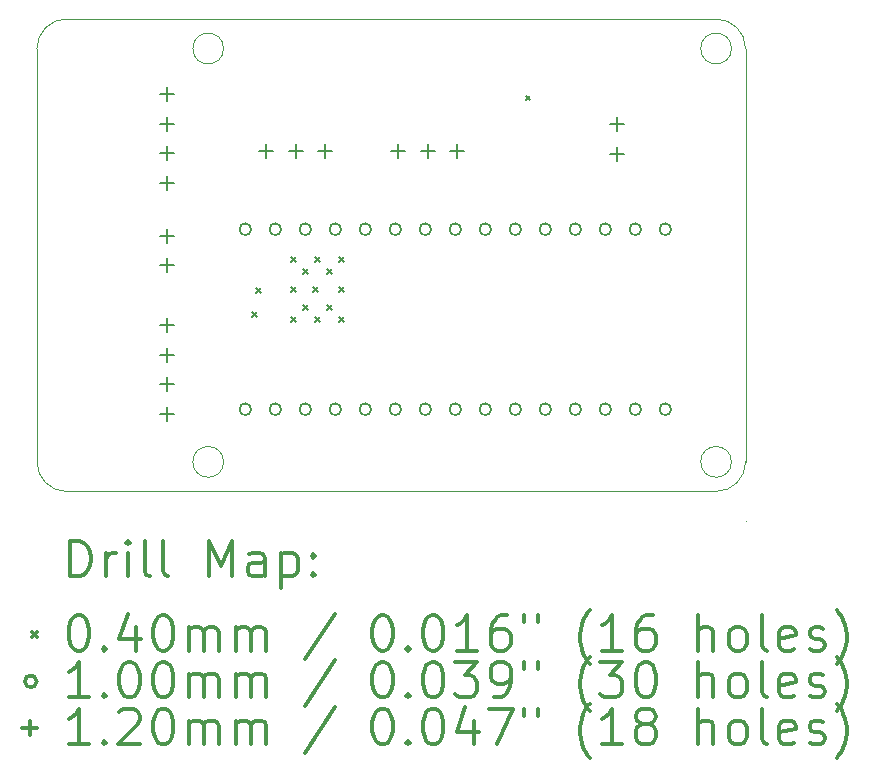
<source format=gbr>
%FSLAX45Y45*%
G04 Gerber Fmt 4.5, Leading zero omitted, Abs format (unit mm)*
G04 Created by KiCad (PCBNEW (5.1.8)-1) date 2021-05-07 13:21:57*
%MOMM*%
%LPD*%
G01*
G04 APERTURE LIST*
%TA.AperFunction,Profile*%
%ADD10C,0.050000*%
%TD*%
%ADD11C,0.200000*%
%ADD12C,0.300000*%
G04 APERTURE END LIST*
D10*
X5500000Y-6750000D02*
G75*
G02*
X5750000Y-6500000I250000J0D01*
G01*
X5750000Y-10500000D02*
G75*
G02*
X5500000Y-10250000I0J250000D01*
G01*
X11500000Y-10750000D02*
X11500000Y-10750000D01*
X11250000Y-6500000D02*
G75*
G02*
X11500000Y-6750000I0J-250000D01*
G01*
X11500000Y-10250000D02*
G75*
G02*
X11250000Y-10500000I-250000J0D01*
G01*
X7080000Y-6750000D02*
G75*
G03*
X7080000Y-6750000I-130000J0D01*
G01*
X7080000Y-10250000D02*
G75*
G03*
X7080000Y-10250000I-130000J0D01*
G01*
X11380000Y-6750000D02*
G75*
G03*
X11380000Y-6750000I-130000J0D01*
G01*
X11380000Y-10250000D02*
G75*
G03*
X11380000Y-10250000I-130000J0D01*
G01*
X5750000Y-10500000D02*
X11250000Y-10500000D01*
X11500000Y-6750000D02*
X11500000Y-10250000D01*
X5750000Y-6500000D02*
X11250000Y-6500000D01*
X5500000Y-6750000D02*
X5500000Y-10250000D01*
D11*
X7320600Y-8984300D02*
X7360600Y-9024300D01*
X7360600Y-8984300D02*
X7320600Y-9024300D01*
X7358700Y-8781100D02*
X7398700Y-8821100D01*
X7398700Y-8781100D02*
X7358700Y-8821100D01*
X7650800Y-8514400D02*
X7690800Y-8554400D01*
X7690800Y-8514400D02*
X7650800Y-8554400D01*
X7650800Y-8768400D02*
X7690800Y-8808400D01*
X7690800Y-8768400D02*
X7650800Y-8808400D01*
X7650800Y-9022400D02*
X7690800Y-9062400D01*
X7690800Y-9022400D02*
X7650800Y-9062400D01*
X7752400Y-8616000D02*
X7792400Y-8656000D01*
X7792400Y-8616000D02*
X7752400Y-8656000D01*
X7752400Y-8920800D02*
X7792400Y-8960800D01*
X7792400Y-8920800D02*
X7752400Y-8960800D01*
X7854000Y-8514400D02*
X7894000Y-8554400D01*
X7894000Y-8514400D02*
X7854000Y-8554400D01*
X7854000Y-9022400D02*
X7894000Y-9062400D01*
X7894000Y-9022400D02*
X7854000Y-9062400D01*
X7955600Y-8616000D02*
X7995600Y-8656000D01*
X7995600Y-8616000D02*
X7955600Y-8656000D01*
X7955600Y-8920800D02*
X7995600Y-8960800D01*
X7995600Y-8920800D02*
X7955600Y-8960800D01*
X8057200Y-8514400D02*
X8097200Y-8554400D01*
X8097200Y-8514400D02*
X8057200Y-8554400D01*
X8057200Y-8768400D02*
X8097200Y-8808400D01*
X8097200Y-8768400D02*
X8057200Y-8808400D01*
X8057200Y-9022400D02*
X8097200Y-9062400D01*
X8097200Y-9022400D02*
X8057200Y-9062400D01*
X9638350Y-7149150D02*
X9678350Y-7189150D01*
X9678350Y-7149150D02*
X9638350Y-7189150D01*
X7841300Y-8768400D02*
X7881300Y-8808400D01*
X7881300Y-8768400D02*
X7841300Y-8808400D01*
X7314400Y-8280400D02*
G75*
G03*
X7314400Y-8280400I-50000J0D01*
G01*
X7314400Y-9804400D02*
G75*
G03*
X7314400Y-9804400I-50000J0D01*
G01*
X7568400Y-8280400D02*
G75*
G03*
X7568400Y-8280400I-50000J0D01*
G01*
X7568400Y-9804400D02*
G75*
G03*
X7568400Y-9804400I-50000J0D01*
G01*
X7822400Y-8280400D02*
G75*
G03*
X7822400Y-8280400I-50000J0D01*
G01*
X7822400Y-9804400D02*
G75*
G03*
X7822400Y-9804400I-50000J0D01*
G01*
X8076400Y-8280400D02*
G75*
G03*
X8076400Y-8280400I-50000J0D01*
G01*
X8076400Y-9804400D02*
G75*
G03*
X8076400Y-9804400I-50000J0D01*
G01*
X8330400Y-8280400D02*
G75*
G03*
X8330400Y-8280400I-50000J0D01*
G01*
X8330400Y-9804400D02*
G75*
G03*
X8330400Y-9804400I-50000J0D01*
G01*
X8584400Y-8280400D02*
G75*
G03*
X8584400Y-8280400I-50000J0D01*
G01*
X8584400Y-9804400D02*
G75*
G03*
X8584400Y-9804400I-50000J0D01*
G01*
X8838400Y-8280400D02*
G75*
G03*
X8838400Y-8280400I-50000J0D01*
G01*
X8838400Y-9804400D02*
G75*
G03*
X8838400Y-9804400I-50000J0D01*
G01*
X9092400Y-8280400D02*
G75*
G03*
X9092400Y-8280400I-50000J0D01*
G01*
X9092400Y-9804400D02*
G75*
G03*
X9092400Y-9804400I-50000J0D01*
G01*
X9346400Y-8280400D02*
G75*
G03*
X9346400Y-8280400I-50000J0D01*
G01*
X9346400Y-9804400D02*
G75*
G03*
X9346400Y-9804400I-50000J0D01*
G01*
X9600400Y-8280400D02*
G75*
G03*
X9600400Y-8280400I-50000J0D01*
G01*
X9600400Y-9804400D02*
G75*
G03*
X9600400Y-9804400I-50000J0D01*
G01*
X9854400Y-8280400D02*
G75*
G03*
X9854400Y-8280400I-50000J0D01*
G01*
X9854400Y-9804400D02*
G75*
G03*
X9854400Y-9804400I-50000J0D01*
G01*
X10108400Y-8280400D02*
G75*
G03*
X10108400Y-8280400I-50000J0D01*
G01*
X10108400Y-9804400D02*
G75*
G03*
X10108400Y-9804400I-50000J0D01*
G01*
X10362400Y-8280400D02*
G75*
G03*
X10362400Y-8280400I-50000J0D01*
G01*
X10362400Y-9804400D02*
G75*
G03*
X10362400Y-9804400I-50000J0D01*
G01*
X10616400Y-8280400D02*
G75*
G03*
X10616400Y-8280400I-50000J0D01*
G01*
X10616400Y-9804400D02*
G75*
G03*
X10616400Y-9804400I-50000J0D01*
G01*
X10870400Y-8280400D02*
G75*
G03*
X10870400Y-8280400I-50000J0D01*
G01*
X10870400Y-9804400D02*
G75*
G03*
X10870400Y-9804400I-50000J0D01*
G01*
X6604000Y-8275200D02*
X6604000Y-8395200D01*
X6544000Y-8335200D02*
X6664000Y-8335200D01*
X6604000Y-8525200D02*
X6604000Y-8645200D01*
X6544000Y-8585200D02*
X6664000Y-8585200D01*
X10414000Y-7331400D02*
X10414000Y-7451400D01*
X10354000Y-7391400D02*
X10474000Y-7391400D01*
X10414000Y-7581400D02*
X10414000Y-7701400D01*
X10354000Y-7641400D02*
X10474000Y-7641400D01*
X7442200Y-7560000D02*
X7442200Y-7680000D01*
X7382200Y-7620000D02*
X7502200Y-7620000D01*
X7692200Y-7560000D02*
X7692200Y-7680000D01*
X7632200Y-7620000D02*
X7752200Y-7620000D01*
X7942200Y-7560000D02*
X7942200Y-7680000D01*
X7882200Y-7620000D02*
X8002200Y-7620000D01*
X8559800Y-7560000D02*
X8559800Y-7680000D01*
X8499800Y-7620000D02*
X8619800Y-7620000D01*
X8809800Y-7560000D02*
X8809800Y-7680000D01*
X8749800Y-7620000D02*
X8869800Y-7620000D01*
X9059800Y-7560000D02*
X9059800Y-7680000D01*
X8999800Y-7620000D02*
X9119800Y-7620000D01*
X6604000Y-9032500D02*
X6604000Y-9152500D01*
X6544000Y-9092500D02*
X6664000Y-9092500D01*
X6604000Y-9282500D02*
X6604000Y-9402500D01*
X6544000Y-9342500D02*
X6664000Y-9342500D01*
X6604000Y-9532500D02*
X6604000Y-9652500D01*
X6544000Y-9592500D02*
X6664000Y-9592500D01*
X6604000Y-9782500D02*
X6604000Y-9902500D01*
X6544000Y-9842500D02*
X6664000Y-9842500D01*
X6604000Y-7076700D02*
X6604000Y-7196700D01*
X6544000Y-7136700D02*
X6664000Y-7136700D01*
X6604000Y-7326700D02*
X6604000Y-7446700D01*
X6544000Y-7386700D02*
X6664000Y-7386700D01*
X6604000Y-7576700D02*
X6604000Y-7696700D01*
X6544000Y-7636700D02*
X6664000Y-7636700D01*
X6604000Y-7826700D02*
X6604000Y-7946700D01*
X6544000Y-7886700D02*
X6664000Y-7886700D01*
D12*
X5783928Y-11218214D02*
X5783928Y-10918214D01*
X5855357Y-10918214D01*
X5898214Y-10932500D01*
X5926786Y-10961072D01*
X5941071Y-10989643D01*
X5955357Y-11046786D01*
X5955357Y-11089643D01*
X5941071Y-11146786D01*
X5926786Y-11175357D01*
X5898214Y-11203929D01*
X5855357Y-11218214D01*
X5783928Y-11218214D01*
X6083928Y-11218214D02*
X6083928Y-11018214D01*
X6083928Y-11075357D02*
X6098214Y-11046786D01*
X6112500Y-11032500D01*
X6141071Y-11018214D01*
X6169643Y-11018214D01*
X6269643Y-11218214D02*
X6269643Y-11018214D01*
X6269643Y-10918214D02*
X6255357Y-10932500D01*
X6269643Y-10946786D01*
X6283928Y-10932500D01*
X6269643Y-10918214D01*
X6269643Y-10946786D01*
X6455357Y-11218214D02*
X6426786Y-11203929D01*
X6412500Y-11175357D01*
X6412500Y-10918214D01*
X6612500Y-11218214D02*
X6583928Y-11203929D01*
X6569643Y-11175357D01*
X6569643Y-10918214D01*
X6955357Y-11218214D02*
X6955357Y-10918214D01*
X7055357Y-11132500D01*
X7155357Y-10918214D01*
X7155357Y-11218214D01*
X7426786Y-11218214D02*
X7426786Y-11061072D01*
X7412500Y-11032500D01*
X7383928Y-11018214D01*
X7326786Y-11018214D01*
X7298214Y-11032500D01*
X7426786Y-11203929D02*
X7398214Y-11218214D01*
X7326786Y-11218214D01*
X7298214Y-11203929D01*
X7283928Y-11175357D01*
X7283928Y-11146786D01*
X7298214Y-11118214D01*
X7326786Y-11103929D01*
X7398214Y-11103929D01*
X7426786Y-11089643D01*
X7569643Y-11018214D02*
X7569643Y-11318214D01*
X7569643Y-11032500D02*
X7598214Y-11018214D01*
X7655357Y-11018214D01*
X7683928Y-11032500D01*
X7698214Y-11046786D01*
X7712500Y-11075357D01*
X7712500Y-11161072D01*
X7698214Y-11189643D01*
X7683928Y-11203929D01*
X7655357Y-11218214D01*
X7598214Y-11218214D01*
X7569643Y-11203929D01*
X7841071Y-11189643D02*
X7855357Y-11203929D01*
X7841071Y-11218214D01*
X7826786Y-11203929D01*
X7841071Y-11189643D01*
X7841071Y-11218214D01*
X7841071Y-11032500D02*
X7855357Y-11046786D01*
X7841071Y-11061072D01*
X7826786Y-11046786D01*
X7841071Y-11032500D01*
X7841071Y-11061072D01*
X5457500Y-11692500D02*
X5497500Y-11732500D01*
X5497500Y-11692500D02*
X5457500Y-11732500D01*
X5841071Y-11548214D02*
X5869643Y-11548214D01*
X5898214Y-11562500D01*
X5912500Y-11576786D01*
X5926786Y-11605357D01*
X5941071Y-11662500D01*
X5941071Y-11733929D01*
X5926786Y-11791071D01*
X5912500Y-11819643D01*
X5898214Y-11833929D01*
X5869643Y-11848214D01*
X5841071Y-11848214D01*
X5812500Y-11833929D01*
X5798214Y-11819643D01*
X5783928Y-11791071D01*
X5769643Y-11733929D01*
X5769643Y-11662500D01*
X5783928Y-11605357D01*
X5798214Y-11576786D01*
X5812500Y-11562500D01*
X5841071Y-11548214D01*
X6069643Y-11819643D02*
X6083928Y-11833929D01*
X6069643Y-11848214D01*
X6055357Y-11833929D01*
X6069643Y-11819643D01*
X6069643Y-11848214D01*
X6341071Y-11648214D02*
X6341071Y-11848214D01*
X6269643Y-11533929D02*
X6198214Y-11748214D01*
X6383928Y-11748214D01*
X6555357Y-11548214D02*
X6583928Y-11548214D01*
X6612500Y-11562500D01*
X6626786Y-11576786D01*
X6641071Y-11605357D01*
X6655357Y-11662500D01*
X6655357Y-11733929D01*
X6641071Y-11791071D01*
X6626786Y-11819643D01*
X6612500Y-11833929D01*
X6583928Y-11848214D01*
X6555357Y-11848214D01*
X6526786Y-11833929D01*
X6512500Y-11819643D01*
X6498214Y-11791071D01*
X6483928Y-11733929D01*
X6483928Y-11662500D01*
X6498214Y-11605357D01*
X6512500Y-11576786D01*
X6526786Y-11562500D01*
X6555357Y-11548214D01*
X6783928Y-11848214D02*
X6783928Y-11648214D01*
X6783928Y-11676786D02*
X6798214Y-11662500D01*
X6826786Y-11648214D01*
X6869643Y-11648214D01*
X6898214Y-11662500D01*
X6912500Y-11691071D01*
X6912500Y-11848214D01*
X6912500Y-11691071D02*
X6926786Y-11662500D01*
X6955357Y-11648214D01*
X6998214Y-11648214D01*
X7026786Y-11662500D01*
X7041071Y-11691071D01*
X7041071Y-11848214D01*
X7183928Y-11848214D02*
X7183928Y-11648214D01*
X7183928Y-11676786D02*
X7198214Y-11662500D01*
X7226786Y-11648214D01*
X7269643Y-11648214D01*
X7298214Y-11662500D01*
X7312500Y-11691071D01*
X7312500Y-11848214D01*
X7312500Y-11691071D02*
X7326786Y-11662500D01*
X7355357Y-11648214D01*
X7398214Y-11648214D01*
X7426786Y-11662500D01*
X7441071Y-11691071D01*
X7441071Y-11848214D01*
X8026786Y-11533929D02*
X7769643Y-11919643D01*
X8412500Y-11548214D02*
X8441071Y-11548214D01*
X8469643Y-11562500D01*
X8483928Y-11576786D01*
X8498214Y-11605357D01*
X8512500Y-11662500D01*
X8512500Y-11733929D01*
X8498214Y-11791071D01*
X8483928Y-11819643D01*
X8469643Y-11833929D01*
X8441071Y-11848214D01*
X8412500Y-11848214D01*
X8383928Y-11833929D01*
X8369643Y-11819643D01*
X8355357Y-11791071D01*
X8341071Y-11733929D01*
X8341071Y-11662500D01*
X8355357Y-11605357D01*
X8369643Y-11576786D01*
X8383928Y-11562500D01*
X8412500Y-11548214D01*
X8641071Y-11819643D02*
X8655357Y-11833929D01*
X8641071Y-11848214D01*
X8626786Y-11833929D01*
X8641071Y-11819643D01*
X8641071Y-11848214D01*
X8841071Y-11548214D02*
X8869643Y-11548214D01*
X8898214Y-11562500D01*
X8912500Y-11576786D01*
X8926786Y-11605357D01*
X8941071Y-11662500D01*
X8941071Y-11733929D01*
X8926786Y-11791071D01*
X8912500Y-11819643D01*
X8898214Y-11833929D01*
X8869643Y-11848214D01*
X8841071Y-11848214D01*
X8812500Y-11833929D01*
X8798214Y-11819643D01*
X8783928Y-11791071D01*
X8769643Y-11733929D01*
X8769643Y-11662500D01*
X8783928Y-11605357D01*
X8798214Y-11576786D01*
X8812500Y-11562500D01*
X8841071Y-11548214D01*
X9226786Y-11848214D02*
X9055357Y-11848214D01*
X9141071Y-11848214D02*
X9141071Y-11548214D01*
X9112500Y-11591071D01*
X9083928Y-11619643D01*
X9055357Y-11633929D01*
X9483928Y-11548214D02*
X9426786Y-11548214D01*
X9398214Y-11562500D01*
X9383928Y-11576786D01*
X9355357Y-11619643D01*
X9341071Y-11676786D01*
X9341071Y-11791071D01*
X9355357Y-11819643D01*
X9369643Y-11833929D01*
X9398214Y-11848214D01*
X9455357Y-11848214D01*
X9483928Y-11833929D01*
X9498214Y-11819643D01*
X9512500Y-11791071D01*
X9512500Y-11719643D01*
X9498214Y-11691071D01*
X9483928Y-11676786D01*
X9455357Y-11662500D01*
X9398214Y-11662500D01*
X9369643Y-11676786D01*
X9355357Y-11691071D01*
X9341071Y-11719643D01*
X9626786Y-11548214D02*
X9626786Y-11605357D01*
X9741071Y-11548214D02*
X9741071Y-11605357D01*
X10183928Y-11962500D02*
X10169643Y-11948214D01*
X10141071Y-11905357D01*
X10126786Y-11876786D01*
X10112500Y-11833929D01*
X10098214Y-11762500D01*
X10098214Y-11705357D01*
X10112500Y-11633929D01*
X10126786Y-11591071D01*
X10141071Y-11562500D01*
X10169643Y-11519643D01*
X10183928Y-11505357D01*
X10455357Y-11848214D02*
X10283928Y-11848214D01*
X10369643Y-11848214D02*
X10369643Y-11548214D01*
X10341071Y-11591071D01*
X10312500Y-11619643D01*
X10283928Y-11633929D01*
X10712500Y-11548214D02*
X10655357Y-11548214D01*
X10626786Y-11562500D01*
X10612500Y-11576786D01*
X10583928Y-11619643D01*
X10569643Y-11676786D01*
X10569643Y-11791071D01*
X10583928Y-11819643D01*
X10598214Y-11833929D01*
X10626786Y-11848214D01*
X10683928Y-11848214D01*
X10712500Y-11833929D01*
X10726786Y-11819643D01*
X10741071Y-11791071D01*
X10741071Y-11719643D01*
X10726786Y-11691071D01*
X10712500Y-11676786D01*
X10683928Y-11662500D01*
X10626786Y-11662500D01*
X10598214Y-11676786D01*
X10583928Y-11691071D01*
X10569643Y-11719643D01*
X11098214Y-11848214D02*
X11098214Y-11548214D01*
X11226786Y-11848214D02*
X11226786Y-11691071D01*
X11212500Y-11662500D01*
X11183928Y-11648214D01*
X11141071Y-11648214D01*
X11112500Y-11662500D01*
X11098214Y-11676786D01*
X11412500Y-11848214D02*
X11383928Y-11833929D01*
X11369643Y-11819643D01*
X11355357Y-11791071D01*
X11355357Y-11705357D01*
X11369643Y-11676786D01*
X11383928Y-11662500D01*
X11412500Y-11648214D01*
X11455357Y-11648214D01*
X11483928Y-11662500D01*
X11498214Y-11676786D01*
X11512500Y-11705357D01*
X11512500Y-11791071D01*
X11498214Y-11819643D01*
X11483928Y-11833929D01*
X11455357Y-11848214D01*
X11412500Y-11848214D01*
X11683928Y-11848214D02*
X11655357Y-11833929D01*
X11641071Y-11805357D01*
X11641071Y-11548214D01*
X11912500Y-11833929D02*
X11883928Y-11848214D01*
X11826786Y-11848214D01*
X11798214Y-11833929D01*
X11783928Y-11805357D01*
X11783928Y-11691071D01*
X11798214Y-11662500D01*
X11826786Y-11648214D01*
X11883928Y-11648214D01*
X11912500Y-11662500D01*
X11926786Y-11691071D01*
X11926786Y-11719643D01*
X11783928Y-11748214D01*
X12041071Y-11833929D02*
X12069643Y-11848214D01*
X12126786Y-11848214D01*
X12155357Y-11833929D01*
X12169643Y-11805357D01*
X12169643Y-11791071D01*
X12155357Y-11762500D01*
X12126786Y-11748214D01*
X12083928Y-11748214D01*
X12055357Y-11733929D01*
X12041071Y-11705357D01*
X12041071Y-11691071D01*
X12055357Y-11662500D01*
X12083928Y-11648214D01*
X12126786Y-11648214D01*
X12155357Y-11662500D01*
X12269643Y-11962500D02*
X12283928Y-11948214D01*
X12312500Y-11905357D01*
X12326786Y-11876786D01*
X12341071Y-11833929D01*
X12355357Y-11762500D01*
X12355357Y-11705357D01*
X12341071Y-11633929D01*
X12326786Y-11591071D01*
X12312500Y-11562500D01*
X12283928Y-11519643D01*
X12269643Y-11505357D01*
X5497500Y-12108500D02*
G75*
G03*
X5497500Y-12108500I-50000J0D01*
G01*
X5941071Y-12244214D02*
X5769643Y-12244214D01*
X5855357Y-12244214D02*
X5855357Y-11944214D01*
X5826786Y-11987071D01*
X5798214Y-12015643D01*
X5769643Y-12029929D01*
X6069643Y-12215643D02*
X6083928Y-12229929D01*
X6069643Y-12244214D01*
X6055357Y-12229929D01*
X6069643Y-12215643D01*
X6069643Y-12244214D01*
X6269643Y-11944214D02*
X6298214Y-11944214D01*
X6326786Y-11958500D01*
X6341071Y-11972786D01*
X6355357Y-12001357D01*
X6369643Y-12058500D01*
X6369643Y-12129929D01*
X6355357Y-12187071D01*
X6341071Y-12215643D01*
X6326786Y-12229929D01*
X6298214Y-12244214D01*
X6269643Y-12244214D01*
X6241071Y-12229929D01*
X6226786Y-12215643D01*
X6212500Y-12187071D01*
X6198214Y-12129929D01*
X6198214Y-12058500D01*
X6212500Y-12001357D01*
X6226786Y-11972786D01*
X6241071Y-11958500D01*
X6269643Y-11944214D01*
X6555357Y-11944214D02*
X6583928Y-11944214D01*
X6612500Y-11958500D01*
X6626786Y-11972786D01*
X6641071Y-12001357D01*
X6655357Y-12058500D01*
X6655357Y-12129929D01*
X6641071Y-12187071D01*
X6626786Y-12215643D01*
X6612500Y-12229929D01*
X6583928Y-12244214D01*
X6555357Y-12244214D01*
X6526786Y-12229929D01*
X6512500Y-12215643D01*
X6498214Y-12187071D01*
X6483928Y-12129929D01*
X6483928Y-12058500D01*
X6498214Y-12001357D01*
X6512500Y-11972786D01*
X6526786Y-11958500D01*
X6555357Y-11944214D01*
X6783928Y-12244214D02*
X6783928Y-12044214D01*
X6783928Y-12072786D02*
X6798214Y-12058500D01*
X6826786Y-12044214D01*
X6869643Y-12044214D01*
X6898214Y-12058500D01*
X6912500Y-12087071D01*
X6912500Y-12244214D01*
X6912500Y-12087071D02*
X6926786Y-12058500D01*
X6955357Y-12044214D01*
X6998214Y-12044214D01*
X7026786Y-12058500D01*
X7041071Y-12087071D01*
X7041071Y-12244214D01*
X7183928Y-12244214D02*
X7183928Y-12044214D01*
X7183928Y-12072786D02*
X7198214Y-12058500D01*
X7226786Y-12044214D01*
X7269643Y-12044214D01*
X7298214Y-12058500D01*
X7312500Y-12087071D01*
X7312500Y-12244214D01*
X7312500Y-12087071D02*
X7326786Y-12058500D01*
X7355357Y-12044214D01*
X7398214Y-12044214D01*
X7426786Y-12058500D01*
X7441071Y-12087071D01*
X7441071Y-12244214D01*
X8026786Y-11929929D02*
X7769643Y-12315643D01*
X8412500Y-11944214D02*
X8441071Y-11944214D01*
X8469643Y-11958500D01*
X8483928Y-11972786D01*
X8498214Y-12001357D01*
X8512500Y-12058500D01*
X8512500Y-12129929D01*
X8498214Y-12187071D01*
X8483928Y-12215643D01*
X8469643Y-12229929D01*
X8441071Y-12244214D01*
X8412500Y-12244214D01*
X8383928Y-12229929D01*
X8369643Y-12215643D01*
X8355357Y-12187071D01*
X8341071Y-12129929D01*
X8341071Y-12058500D01*
X8355357Y-12001357D01*
X8369643Y-11972786D01*
X8383928Y-11958500D01*
X8412500Y-11944214D01*
X8641071Y-12215643D02*
X8655357Y-12229929D01*
X8641071Y-12244214D01*
X8626786Y-12229929D01*
X8641071Y-12215643D01*
X8641071Y-12244214D01*
X8841071Y-11944214D02*
X8869643Y-11944214D01*
X8898214Y-11958500D01*
X8912500Y-11972786D01*
X8926786Y-12001357D01*
X8941071Y-12058500D01*
X8941071Y-12129929D01*
X8926786Y-12187071D01*
X8912500Y-12215643D01*
X8898214Y-12229929D01*
X8869643Y-12244214D01*
X8841071Y-12244214D01*
X8812500Y-12229929D01*
X8798214Y-12215643D01*
X8783928Y-12187071D01*
X8769643Y-12129929D01*
X8769643Y-12058500D01*
X8783928Y-12001357D01*
X8798214Y-11972786D01*
X8812500Y-11958500D01*
X8841071Y-11944214D01*
X9041071Y-11944214D02*
X9226786Y-11944214D01*
X9126786Y-12058500D01*
X9169643Y-12058500D01*
X9198214Y-12072786D01*
X9212500Y-12087071D01*
X9226786Y-12115643D01*
X9226786Y-12187071D01*
X9212500Y-12215643D01*
X9198214Y-12229929D01*
X9169643Y-12244214D01*
X9083928Y-12244214D01*
X9055357Y-12229929D01*
X9041071Y-12215643D01*
X9369643Y-12244214D02*
X9426786Y-12244214D01*
X9455357Y-12229929D01*
X9469643Y-12215643D01*
X9498214Y-12172786D01*
X9512500Y-12115643D01*
X9512500Y-12001357D01*
X9498214Y-11972786D01*
X9483928Y-11958500D01*
X9455357Y-11944214D01*
X9398214Y-11944214D01*
X9369643Y-11958500D01*
X9355357Y-11972786D01*
X9341071Y-12001357D01*
X9341071Y-12072786D01*
X9355357Y-12101357D01*
X9369643Y-12115643D01*
X9398214Y-12129929D01*
X9455357Y-12129929D01*
X9483928Y-12115643D01*
X9498214Y-12101357D01*
X9512500Y-12072786D01*
X9626786Y-11944214D02*
X9626786Y-12001357D01*
X9741071Y-11944214D02*
X9741071Y-12001357D01*
X10183928Y-12358500D02*
X10169643Y-12344214D01*
X10141071Y-12301357D01*
X10126786Y-12272786D01*
X10112500Y-12229929D01*
X10098214Y-12158500D01*
X10098214Y-12101357D01*
X10112500Y-12029929D01*
X10126786Y-11987071D01*
X10141071Y-11958500D01*
X10169643Y-11915643D01*
X10183928Y-11901357D01*
X10269643Y-11944214D02*
X10455357Y-11944214D01*
X10355357Y-12058500D01*
X10398214Y-12058500D01*
X10426786Y-12072786D01*
X10441071Y-12087071D01*
X10455357Y-12115643D01*
X10455357Y-12187071D01*
X10441071Y-12215643D01*
X10426786Y-12229929D01*
X10398214Y-12244214D01*
X10312500Y-12244214D01*
X10283928Y-12229929D01*
X10269643Y-12215643D01*
X10641071Y-11944214D02*
X10669643Y-11944214D01*
X10698214Y-11958500D01*
X10712500Y-11972786D01*
X10726786Y-12001357D01*
X10741071Y-12058500D01*
X10741071Y-12129929D01*
X10726786Y-12187071D01*
X10712500Y-12215643D01*
X10698214Y-12229929D01*
X10669643Y-12244214D01*
X10641071Y-12244214D01*
X10612500Y-12229929D01*
X10598214Y-12215643D01*
X10583928Y-12187071D01*
X10569643Y-12129929D01*
X10569643Y-12058500D01*
X10583928Y-12001357D01*
X10598214Y-11972786D01*
X10612500Y-11958500D01*
X10641071Y-11944214D01*
X11098214Y-12244214D02*
X11098214Y-11944214D01*
X11226786Y-12244214D02*
X11226786Y-12087071D01*
X11212500Y-12058500D01*
X11183928Y-12044214D01*
X11141071Y-12044214D01*
X11112500Y-12058500D01*
X11098214Y-12072786D01*
X11412500Y-12244214D02*
X11383928Y-12229929D01*
X11369643Y-12215643D01*
X11355357Y-12187071D01*
X11355357Y-12101357D01*
X11369643Y-12072786D01*
X11383928Y-12058500D01*
X11412500Y-12044214D01*
X11455357Y-12044214D01*
X11483928Y-12058500D01*
X11498214Y-12072786D01*
X11512500Y-12101357D01*
X11512500Y-12187071D01*
X11498214Y-12215643D01*
X11483928Y-12229929D01*
X11455357Y-12244214D01*
X11412500Y-12244214D01*
X11683928Y-12244214D02*
X11655357Y-12229929D01*
X11641071Y-12201357D01*
X11641071Y-11944214D01*
X11912500Y-12229929D02*
X11883928Y-12244214D01*
X11826786Y-12244214D01*
X11798214Y-12229929D01*
X11783928Y-12201357D01*
X11783928Y-12087071D01*
X11798214Y-12058500D01*
X11826786Y-12044214D01*
X11883928Y-12044214D01*
X11912500Y-12058500D01*
X11926786Y-12087071D01*
X11926786Y-12115643D01*
X11783928Y-12144214D01*
X12041071Y-12229929D02*
X12069643Y-12244214D01*
X12126786Y-12244214D01*
X12155357Y-12229929D01*
X12169643Y-12201357D01*
X12169643Y-12187071D01*
X12155357Y-12158500D01*
X12126786Y-12144214D01*
X12083928Y-12144214D01*
X12055357Y-12129929D01*
X12041071Y-12101357D01*
X12041071Y-12087071D01*
X12055357Y-12058500D01*
X12083928Y-12044214D01*
X12126786Y-12044214D01*
X12155357Y-12058500D01*
X12269643Y-12358500D02*
X12283928Y-12344214D01*
X12312500Y-12301357D01*
X12326786Y-12272786D01*
X12341071Y-12229929D01*
X12355357Y-12158500D01*
X12355357Y-12101357D01*
X12341071Y-12029929D01*
X12326786Y-11987071D01*
X12312500Y-11958500D01*
X12283928Y-11915643D01*
X12269643Y-11901357D01*
X5437500Y-12444500D02*
X5437500Y-12564500D01*
X5377500Y-12504500D02*
X5497500Y-12504500D01*
X5941071Y-12640214D02*
X5769643Y-12640214D01*
X5855357Y-12640214D02*
X5855357Y-12340214D01*
X5826786Y-12383071D01*
X5798214Y-12411643D01*
X5769643Y-12425929D01*
X6069643Y-12611643D02*
X6083928Y-12625929D01*
X6069643Y-12640214D01*
X6055357Y-12625929D01*
X6069643Y-12611643D01*
X6069643Y-12640214D01*
X6198214Y-12368786D02*
X6212500Y-12354500D01*
X6241071Y-12340214D01*
X6312500Y-12340214D01*
X6341071Y-12354500D01*
X6355357Y-12368786D01*
X6369643Y-12397357D01*
X6369643Y-12425929D01*
X6355357Y-12468786D01*
X6183928Y-12640214D01*
X6369643Y-12640214D01*
X6555357Y-12340214D02*
X6583928Y-12340214D01*
X6612500Y-12354500D01*
X6626786Y-12368786D01*
X6641071Y-12397357D01*
X6655357Y-12454500D01*
X6655357Y-12525929D01*
X6641071Y-12583071D01*
X6626786Y-12611643D01*
X6612500Y-12625929D01*
X6583928Y-12640214D01*
X6555357Y-12640214D01*
X6526786Y-12625929D01*
X6512500Y-12611643D01*
X6498214Y-12583071D01*
X6483928Y-12525929D01*
X6483928Y-12454500D01*
X6498214Y-12397357D01*
X6512500Y-12368786D01*
X6526786Y-12354500D01*
X6555357Y-12340214D01*
X6783928Y-12640214D02*
X6783928Y-12440214D01*
X6783928Y-12468786D02*
X6798214Y-12454500D01*
X6826786Y-12440214D01*
X6869643Y-12440214D01*
X6898214Y-12454500D01*
X6912500Y-12483071D01*
X6912500Y-12640214D01*
X6912500Y-12483071D02*
X6926786Y-12454500D01*
X6955357Y-12440214D01*
X6998214Y-12440214D01*
X7026786Y-12454500D01*
X7041071Y-12483071D01*
X7041071Y-12640214D01*
X7183928Y-12640214D02*
X7183928Y-12440214D01*
X7183928Y-12468786D02*
X7198214Y-12454500D01*
X7226786Y-12440214D01*
X7269643Y-12440214D01*
X7298214Y-12454500D01*
X7312500Y-12483071D01*
X7312500Y-12640214D01*
X7312500Y-12483071D02*
X7326786Y-12454500D01*
X7355357Y-12440214D01*
X7398214Y-12440214D01*
X7426786Y-12454500D01*
X7441071Y-12483071D01*
X7441071Y-12640214D01*
X8026786Y-12325929D02*
X7769643Y-12711643D01*
X8412500Y-12340214D02*
X8441071Y-12340214D01*
X8469643Y-12354500D01*
X8483928Y-12368786D01*
X8498214Y-12397357D01*
X8512500Y-12454500D01*
X8512500Y-12525929D01*
X8498214Y-12583071D01*
X8483928Y-12611643D01*
X8469643Y-12625929D01*
X8441071Y-12640214D01*
X8412500Y-12640214D01*
X8383928Y-12625929D01*
X8369643Y-12611643D01*
X8355357Y-12583071D01*
X8341071Y-12525929D01*
X8341071Y-12454500D01*
X8355357Y-12397357D01*
X8369643Y-12368786D01*
X8383928Y-12354500D01*
X8412500Y-12340214D01*
X8641071Y-12611643D02*
X8655357Y-12625929D01*
X8641071Y-12640214D01*
X8626786Y-12625929D01*
X8641071Y-12611643D01*
X8641071Y-12640214D01*
X8841071Y-12340214D02*
X8869643Y-12340214D01*
X8898214Y-12354500D01*
X8912500Y-12368786D01*
X8926786Y-12397357D01*
X8941071Y-12454500D01*
X8941071Y-12525929D01*
X8926786Y-12583071D01*
X8912500Y-12611643D01*
X8898214Y-12625929D01*
X8869643Y-12640214D01*
X8841071Y-12640214D01*
X8812500Y-12625929D01*
X8798214Y-12611643D01*
X8783928Y-12583071D01*
X8769643Y-12525929D01*
X8769643Y-12454500D01*
X8783928Y-12397357D01*
X8798214Y-12368786D01*
X8812500Y-12354500D01*
X8841071Y-12340214D01*
X9198214Y-12440214D02*
X9198214Y-12640214D01*
X9126786Y-12325929D02*
X9055357Y-12540214D01*
X9241071Y-12540214D01*
X9326786Y-12340214D02*
X9526786Y-12340214D01*
X9398214Y-12640214D01*
X9626786Y-12340214D02*
X9626786Y-12397357D01*
X9741071Y-12340214D02*
X9741071Y-12397357D01*
X10183928Y-12754500D02*
X10169643Y-12740214D01*
X10141071Y-12697357D01*
X10126786Y-12668786D01*
X10112500Y-12625929D01*
X10098214Y-12554500D01*
X10098214Y-12497357D01*
X10112500Y-12425929D01*
X10126786Y-12383071D01*
X10141071Y-12354500D01*
X10169643Y-12311643D01*
X10183928Y-12297357D01*
X10455357Y-12640214D02*
X10283928Y-12640214D01*
X10369643Y-12640214D02*
X10369643Y-12340214D01*
X10341071Y-12383071D01*
X10312500Y-12411643D01*
X10283928Y-12425929D01*
X10626786Y-12468786D02*
X10598214Y-12454500D01*
X10583928Y-12440214D01*
X10569643Y-12411643D01*
X10569643Y-12397357D01*
X10583928Y-12368786D01*
X10598214Y-12354500D01*
X10626786Y-12340214D01*
X10683928Y-12340214D01*
X10712500Y-12354500D01*
X10726786Y-12368786D01*
X10741071Y-12397357D01*
X10741071Y-12411643D01*
X10726786Y-12440214D01*
X10712500Y-12454500D01*
X10683928Y-12468786D01*
X10626786Y-12468786D01*
X10598214Y-12483071D01*
X10583928Y-12497357D01*
X10569643Y-12525929D01*
X10569643Y-12583071D01*
X10583928Y-12611643D01*
X10598214Y-12625929D01*
X10626786Y-12640214D01*
X10683928Y-12640214D01*
X10712500Y-12625929D01*
X10726786Y-12611643D01*
X10741071Y-12583071D01*
X10741071Y-12525929D01*
X10726786Y-12497357D01*
X10712500Y-12483071D01*
X10683928Y-12468786D01*
X11098214Y-12640214D02*
X11098214Y-12340214D01*
X11226786Y-12640214D02*
X11226786Y-12483071D01*
X11212500Y-12454500D01*
X11183928Y-12440214D01*
X11141071Y-12440214D01*
X11112500Y-12454500D01*
X11098214Y-12468786D01*
X11412500Y-12640214D02*
X11383928Y-12625929D01*
X11369643Y-12611643D01*
X11355357Y-12583071D01*
X11355357Y-12497357D01*
X11369643Y-12468786D01*
X11383928Y-12454500D01*
X11412500Y-12440214D01*
X11455357Y-12440214D01*
X11483928Y-12454500D01*
X11498214Y-12468786D01*
X11512500Y-12497357D01*
X11512500Y-12583071D01*
X11498214Y-12611643D01*
X11483928Y-12625929D01*
X11455357Y-12640214D01*
X11412500Y-12640214D01*
X11683928Y-12640214D02*
X11655357Y-12625929D01*
X11641071Y-12597357D01*
X11641071Y-12340214D01*
X11912500Y-12625929D02*
X11883928Y-12640214D01*
X11826786Y-12640214D01*
X11798214Y-12625929D01*
X11783928Y-12597357D01*
X11783928Y-12483071D01*
X11798214Y-12454500D01*
X11826786Y-12440214D01*
X11883928Y-12440214D01*
X11912500Y-12454500D01*
X11926786Y-12483071D01*
X11926786Y-12511643D01*
X11783928Y-12540214D01*
X12041071Y-12625929D02*
X12069643Y-12640214D01*
X12126786Y-12640214D01*
X12155357Y-12625929D01*
X12169643Y-12597357D01*
X12169643Y-12583071D01*
X12155357Y-12554500D01*
X12126786Y-12540214D01*
X12083928Y-12540214D01*
X12055357Y-12525929D01*
X12041071Y-12497357D01*
X12041071Y-12483071D01*
X12055357Y-12454500D01*
X12083928Y-12440214D01*
X12126786Y-12440214D01*
X12155357Y-12454500D01*
X12269643Y-12754500D02*
X12283928Y-12740214D01*
X12312500Y-12697357D01*
X12326786Y-12668786D01*
X12341071Y-12625929D01*
X12355357Y-12554500D01*
X12355357Y-12497357D01*
X12341071Y-12425929D01*
X12326786Y-12383071D01*
X12312500Y-12354500D01*
X12283928Y-12311643D01*
X12269643Y-12297357D01*
M02*

</source>
